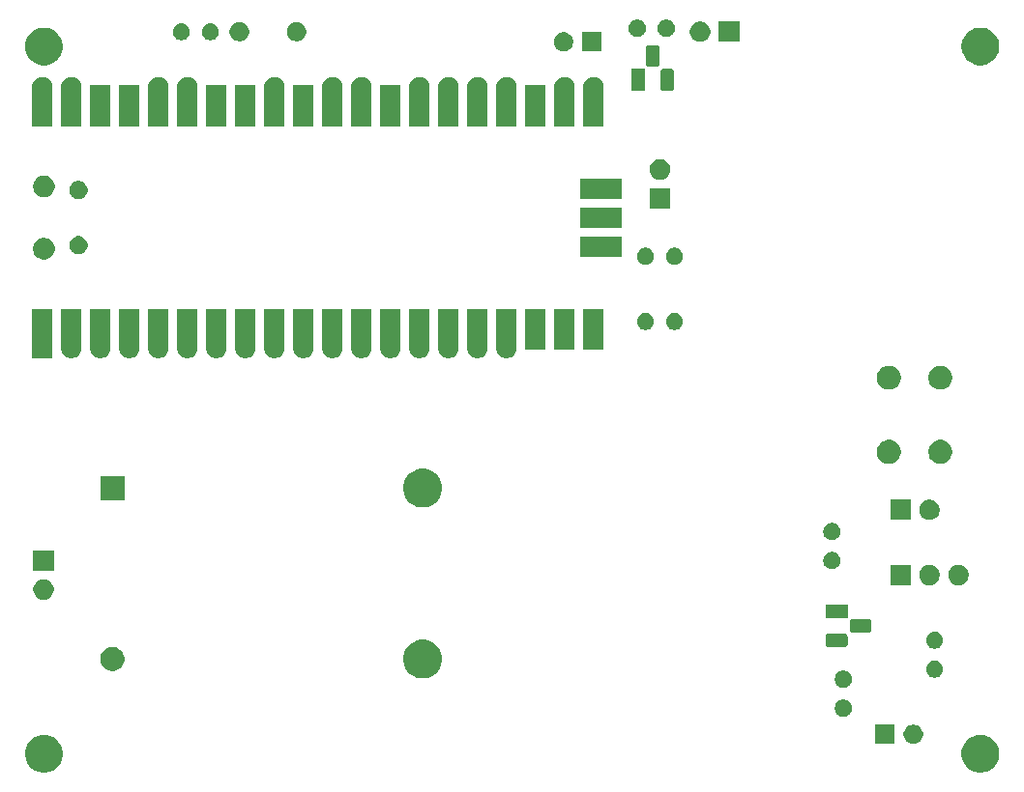
<source format=gbr>
G04 #@! TF.GenerationSoftware,KiCad,Pcbnew,5.1.5+dfsg1-2build2*
G04 #@! TF.CreationDate,2021-04-25T20:42:34-05:00*
G04 #@! TF.ProjectId,SINSONTE,53494e53-4f4e-4544-952e-6b696361645f,rev?*
G04 #@! TF.SameCoordinates,Original*
G04 #@! TF.FileFunction,Soldermask,Top*
G04 #@! TF.FilePolarity,Negative*
%FSLAX46Y46*%
G04 Gerber Fmt 4.6, Leading zero omitted, Abs format (unit mm)*
G04 Created by KiCad (PCBNEW 5.1.5+dfsg1-2build2) date 2021-04-25 20:42:34*
%MOMM*%
%LPD*%
G04 APERTURE LIST*
%ADD10C,0.100000*%
G04 APERTURE END LIST*
D10*
G36*
X136337636Y-114383815D02*
G01*
X136481579Y-114412447D01*
X136782042Y-114536903D01*
X137052451Y-114717585D01*
X137282415Y-114947549D01*
X137463097Y-115217958D01*
X137587553Y-115518421D01*
X137651000Y-115837391D01*
X137651000Y-116162609D01*
X137587553Y-116481579D01*
X137463097Y-116782042D01*
X137282415Y-117052451D01*
X137052451Y-117282415D01*
X136782042Y-117463097D01*
X136481579Y-117587553D01*
X136375256Y-117608702D01*
X136162611Y-117651000D01*
X135837389Y-117651000D01*
X135624744Y-117608702D01*
X135518421Y-117587553D01*
X135217958Y-117463097D01*
X134947549Y-117282415D01*
X134717585Y-117052451D01*
X134536903Y-116782042D01*
X134412447Y-116481579D01*
X134349000Y-116162609D01*
X134349000Y-115837391D01*
X134412447Y-115518421D01*
X134536903Y-115217958D01*
X134717585Y-114947549D01*
X134947549Y-114717585D01*
X135217958Y-114536903D01*
X135518421Y-114412447D01*
X135662364Y-114383815D01*
X135837389Y-114349000D01*
X136162611Y-114349000D01*
X136337636Y-114383815D01*
G37*
G36*
X54337636Y-114383815D02*
G01*
X54481579Y-114412447D01*
X54782042Y-114536903D01*
X55052451Y-114717585D01*
X55282415Y-114947549D01*
X55463097Y-115217958D01*
X55587553Y-115518421D01*
X55651000Y-115837391D01*
X55651000Y-116162609D01*
X55587553Y-116481579D01*
X55463097Y-116782042D01*
X55282415Y-117052451D01*
X55052451Y-117282415D01*
X54782042Y-117463097D01*
X54481579Y-117587553D01*
X54375256Y-117608702D01*
X54162611Y-117651000D01*
X53837389Y-117651000D01*
X53624744Y-117608702D01*
X53518421Y-117587553D01*
X53217958Y-117463097D01*
X52947549Y-117282415D01*
X52717585Y-117052451D01*
X52536903Y-116782042D01*
X52412447Y-116481579D01*
X52349000Y-116162609D01*
X52349000Y-115837391D01*
X52412447Y-115518421D01*
X52536903Y-115217958D01*
X52717585Y-114947549D01*
X52947549Y-114717585D01*
X53217958Y-114536903D01*
X53518421Y-114412447D01*
X53662364Y-114383815D01*
X53837389Y-114349000D01*
X54162611Y-114349000D01*
X54337636Y-114383815D01*
G37*
G36*
X128486000Y-115151000D02*
G01*
X126784000Y-115151000D01*
X126784000Y-113449000D01*
X128486000Y-113449000D01*
X128486000Y-115151000D01*
G37*
G36*
X130383228Y-113481703D02*
G01*
X130538100Y-113545853D01*
X130677481Y-113638985D01*
X130796015Y-113757519D01*
X130889147Y-113896900D01*
X130953297Y-114051772D01*
X130986000Y-114216184D01*
X130986000Y-114383816D01*
X130953297Y-114548228D01*
X130889147Y-114703100D01*
X130796015Y-114842481D01*
X130677481Y-114961015D01*
X130538100Y-115054147D01*
X130383228Y-115118297D01*
X130218816Y-115151000D01*
X130051184Y-115151000D01*
X129886772Y-115118297D01*
X129731900Y-115054147D01*
X129592519Y-114961015D01*
X129473985Y-114842481D01*
X129380853Y-114703100D01*
X129316703Y-114548228D01*
X129284000Y-114383816D01*
X129284000Y-114216184D01*
X129316703Y-114051772D01*
X129380853Y-113896900D01*
X129473985Y-113757519D01*
X129592519Y-113638985D01*
X129731900Y-113545853D01*
X129886772Y-113481703D01*
X130051184Y-113449000D01*
X130218816Y-113449000D01*
X130383228Y-113481703D01*
G37*
G36*
X124219059Y-111277860D02*
G01*
X124355732Y-111334472D01*
X124478735Y-111416660D01*
X124583340Y-111521265D01*
X124665528Y-111644268D01*
X124722140Y-111780941D01*
X124751000Y-111926033D01*
X124751000Y-112073967D01*
X124722140Y-112219059D01*
X124665528Y-112355732D01*
X124583340Y-112478735D01*
X124478735Y-112583340D01*
X124355732Y-112665528D01*
X124355731Y-112665529D01*
X124355730Y-112665529D01*
X124219059Y-112722140D01*
X124073968Y-112751000D01*
X123926032Y-112751000D01*
X123780941Y-112722140D01*
X123644270Y-112665529D01*
X123644269Y-112665529D01*
X123644268Y-112665528D01*
X123521265Y-112583340D01*
X123416660Y-112478735D01*
X123334472Y-112355732D01*
X123277860Y-112219059D01*
X123249000Y-112073967D01*
X123249000Y-111926033D01*
X123277860Y-111780941D01*
X123334472Y-111644268D01*
X123416660Y-111521265D01*
X123521265Y-111416660D01*
X123644268Y-111334472D01*
X123780941Y-111277860D01*
X123926032Y-111249000D01*
X124073968Y-111249000D01*
X124219059Y-111277860D01*
G37*
G36*
X124219059Y-108737860D02*
G01*
X124331231Y-108784323D01*
X124355732Y-108794472D01*
X124478735Y-108876660D01*
X124583340Y-108981265D01*
X124665528Y-109104268D01*
X124722140Y-109240941D01*
X124751000Y-109386033D01*
X124751000Y-109533967D01*
X124722140Y-109679059D01*
X124665528Y-109815732D01*
X124583340Y-109938735D01*
X124478735Y-110043340D01*
X124355732Y-110125528D01*
X124355731Y-110125529D01*
X124355730Y-110125529D01*
X124219059Y-110182140D01*
X124073968Y-110211000D01*
X123926032Y-110211000D01*
X123780941Y-110182140D01*
X123644270Y-110125529D01*
X123644269Y-110125529D01*
X123644268Y-110125528D01*
X123521265Y-110043340D01*
X123416660Y-109938735D01*
X123334472Y-109815732D01*
X123277860Y-109679059D01*
X123249000Y-109533967D01*
X123249000Y-109386033D01*
X123277860Y-109240941D01*
X123334472Y-109104268D01*
X123416660Y-108981265D01*
X123521265Y-108876660D01*
X123644268Y-108794472D01*
X123668770Y-108784323D01*
X123780941Y-108737860D01*
X123926032Y-108709000D01*
X124073968Y-108709000D01*
X124219059Y-108737860D01*
G37*
G36*
X87661162Y-106064368D02*
G01*
X87970724Y-106192593D01*
X87970725Y-106192594D01*
X88249324Y-106378747D01*
X88486253Y-106615676D01*
X88588443Y-106768615D01*
X88672407Y-106894276D01*
X88800632Y-107203838D01*
X88866000Y-107532465D01*
X88866000Y-107867535D01*
X88800632Y-108196162D01*
X88672407Y-108505724D01*
X88665297Y-108516365D01*
X88486253Y-108784324D01*
X88249324Y-109021253D01*
X88063170Y-109145637D01*
X87970724Y-109207407D01*
X87661162Y-109335632D01*
X87332535Y-109401000D01*
X86997465Y-109401000D01*
X86668838Y-109335632D01*
X86359276Y-109207407D01*
X86266830Y-109145637D01*
X86080676Y-109021253D01*
X85843747Y-108784324D01*
X85664703Y-108516365D01*
X85657593Y-108505724D01*
X85529368Y-108196162D01*
X85464000Y-107867535D01*
X85464000Y-107532465D01*
X85529368Y-107203838D01*
X85657593Y-106894276D01*
X85741557Y-106768615D01*
X85843747Y-106615676D01*
X86080676Y-106378747D01*
X86359275Y-106192594D01*
X86359276Y-106192593D01*
X86668838Y-106064368D01*
X86997465Y-105999000D01*
X87332535Y-105999000D01*
X87661162Y-106064368D01*
G37*
G36*
X132219059Y-107862860D02*
G01*
X132355732Y-107919472D01*
X132478735Y-108001660D01*
X132583340Y-108106265D01*
X132665528Y-108229268D01*
X132722140Y-108365941D01*
X132751000Y-108511033D01*
X132751000Y-108658967D01*
X132722140Y-108804059D01*
X132665528Y-108940732D01*
X132583340Y-109063735D01*
X132478735Y-109168340D01*
X132355732Y-109250528D01*
X132355731Y-109250529D01*
X132355730Y-109250529D01*
X132219059Y-109307140D01*
X132073968Y-109336000D01*
X131926032Y-109336000D01*
X131780941Y-109307140D01*
X131644270Y-109250529D01*
X131644269Y-109250529D01*
X131644268Y-109250528D01*
X131521265Y-109168340D01*
X131416660Y-109063735D01*
X131334472Y-108940732D01*
X131277860Y-108804059D01*
X131249000Y-108658967D01*
X131249000Y-108511033D01*
X131277860Y-108365941D01*
X131334472Y-108229268D01*
X131416660Y-108106265D01*
X131521265Y-108001660D01*
X131644268Y-107919472D01*
X131780941Y-107862860D01*
X131926032Y-107834000D01*
X132073968Y-107834000D01*
X132219059Y-107862860D01*
G37*
G36*
X60306564Y-106689389D02*
G01*
X60494272Y-106767140D01*
X60497835Y-106768616D01*
X60538818Y-106796000D01*
X60669973Y-106883635D01*
X60816365Y-107030027D01*
X60931385Y-107202167D01*
X61010611Y-107393436D01*
X61051000Y-107596484D01*
X61051000Y-107803516D01*
X61010611Y-108006564D01*
X60932077Y-108196162D01*
X60931384Y-108197835D01*
X60816365Y-108369973D01*
X60669973Y-108516365D01*
X60497835Y-108631384D01*
X60497834Y-108631385D01*
X60497833Y-108631385D01*
X60306564Y-108710611D01*
X60103516Y-108751000D01*
X59896484Y-108751000D01*
X59693436Y-108710611D01*
X59502167Y-108631385D01*
X59502166Y-108631385D01*
X59502165Y-108631384D01*
X59330027Y-108516365D01*
X59183635Y-108369973D01*
X59068616Y-108197835D01*
X59067923Y-108196162D01*
X58989389Y-108006564D01*
X58949000Y-107803516D01*
X58949000Y-107596484D01*
X58989389Y-107393436D01*
X59068615Y-107202167D01*
X59183635Y-107030027D01*
X59330027Y-106883635D01*
X59461182Y-106796000D01*
X59502165Y-106768616D01*
X59505728Y-106767140D01*
X59693436Y-106689389D01*
X59896484Y-106649000D01*
X60103516Y-106649000D01*
X60306564Y-106689389D01*
G37*
G36*
X132219059Y-105322860D02*
G01*
X132333411Y-105370226D01*
X132355732Y-105379472D01*
X132478735Y-105461660D01*
X132583340Y-105566265D01*
X132665528Y-105689268D01*
X132722140Y-105825941D01*
X132751000Y-105971033D01*
X132751000Y-106118967D01*
X132722140Y-106264059D01*
X132665528Y-106400732D01*
X132583340Y-106523735D01*
X132478735Y-106628340D01*
X132355732Y-106710528D01*
X132355731Y-106710529D01*
X132355730Y-106710529D01*
X132219059Y-106767140D01*
X132073968Y-106796000D01*
X131926032Y-106796000D01*
X131780941Y-106767140D01*
X131644270Y-106710529D01*
X131644269Y-106710529D01*
X131644268Y-106710528D01*
X131521265Y-106628340D01*
X131416660Y-106523735D01*
X131334472Y-106400732D01*
X131277860Y-106264059D01*
X131249000Y-106118967D01*
X131249000Y-105971033D01*
X131277860Y-105825941D01*
X131334472Y-105689268D01*
X131416660Y-105566265D01*
X131521265Y-105461660D01*
X131644268Y-105379472D01*
X131666590Y-105370226D01*
X131780941Y-105322860D01*
X131926032Y-105294000D01*
X132073968Y-105294000D01*
X132219059Y-105322860D01*
G37*
G36*
X124184315Y-105449166D02*
G01*
X124228843Y-105462674D01*
X124269892Y-105484615D01*
X124305864Y-105514136D01*
X124335385Y-105550108D01*
X124357326Y-105591157D01*
X124370834Y-105635685D01*
X124376000Y-105688140D01*
X124376000Y-106401860D01*
X124370834Y-106454315D01*
X124357326Y-106498843D01*
X124335385Y-106539892D01*
X124305864Y-106575864D01*
X124269892Y-106605385D01*
X124228843Y-106627326D01*
X124184315Y-106640834D01*
X124131860Y-106646000D01*
X122718140Y-106646000D01*
X122665685Y-106640834D01*
X122621157Y-106627326D01*
X122580108Y-106605385D01*
X122544136Y-106575864D01*
X122514615Y-106539892D01*
X122492674Y-106498843D01*
X122479166Y-106454315D01*
X122474000Y-106401860D01*
X122474000Y-105688140D01*
X122479166Y-105635685D01*
X122492674Y-105591157D01*
X122514615Y-105550108D01*
X122544136Y-105514136D01*
X122580108Y-105484615D01*
X122621157Y-105462674D01*
X122665685Y-105449166D01*
X122718140Y-105444000D01*
X124131860Y-105444000D01*
X124184315Y-105449166D01*
G37*
G36*
X126254315Y-104179166D02*
G01*
X126298843Y-104192674D01*
X126339892Y-104214615D01*
X126375864Y-104244136D01*
X126405385Y-104280108D01*
X126427326Y-104321157D01*
X126440834Y-104365685D01*
X126446000Y-104418140D01*
X126446000Y-105131860D01*
X126440834Y-105184315D01*
X126427326Y-105228843D01*
X126405385Y-105269892D01*
X126375864Y-105305864D01*
X126339892Y-105335385D01*
X126298843Y-105357326D01*
X126254315Y-105370834D01*
X126201860Y-105376000D01*
X124788140Y-105376000D01*
X124735685Y-105370834D01*
X124691157Y-105357326D01*
X124650108Y-105335385D01*
X124614136Y-105305864D01*
X124584615Y-105269892D01*
X124562674Y-105228843D01*
X124549166Y-105184315D01*
X124544000Y-105131860D01*
X124544000Y-104418140D01*
X124549166Y-104365685D01*
X124562675Y-104321153D01*
X124579368Y-104289923D01*
X124585417Y-104275320D01*
X124597624Y-104264256D01*
X124614136Y-104244136D01*
X124650108Y-104214615D01*
X124691157Y-104192674D01*
X124735685Y-104179166D01*
X124788140Y-104174000D01*
X126201860Y-104174000D01*
X126254315Y-104179166D01*
G37*
G36*
X124376000Y-104106000D02*
G01*
X122474000Y-104106000D01*
X122474000Y-102904000D01*
X124376000Y-102904000D01*
X124376000Y-104106000D01*
G37*
G36*
X54088512Y-100703927D02*
G01*
X54237812Y-100733624D01*
X54401784Y-100801544D01*
X54549354Y-100900147D01*
X54674853Y-101025646D01*
X54773456Y-101173216D01*
X54841376Y-101337188D01*
X54876000Y-101511259D01*
X54876000Y-101688741D01*
X54841376Y-101862812D01*
X54773456Y-102026784D01*
X54674853Y-102174354D01*
X54549354Y-102299853D01*
X54401784Y-102398456D01*
X54237812Y-102466376D01*
X54088512Y-102496073D01*
X54063742Y-102501000D01*
X53886258Y-102501000D01*
X53861488Y-102496073D01*
X53712188Y-102466376D01*
X53548216Y-102398456D01*
X53400646Y-102299853D01*
X53275147Y-102174354D01*
X53176544Y-102026784D01*
X53108624Y-101862812D01*
X53074000Y-101688741D01*
X53074000Y-101511259D01*
X53108624Y-101337188D01*
X53176544Y-101173216D01*
X53275147Y-101025646D01*
X53400646Y-100900147D01*
X53548216Y-100801544D01*
X53712188Y-100733624D01*
X53861488Y-100703927D01*
X53886258Y-100699000D01*
X54063742Y-100699000D01*
X54088512Y-100703927D01*
G37*
G36*
X129901000Y-101231000D02*
G01*
X128099000Y-101231000D01*
X128099000Y-99429000D01*
X129901000Y-99429000D01*
X129901000Y-101231000D01*
G37*
G36*
X134193512Y-99433927D02*
G01*
X134342812Y-99463624D01*
X134506784Y-99531544D01*
X134654354Y-99630147D01*
X134779853Y-99755646D01*
X134878456Y-99903216D01*
X134946376Y-100067188D01*
X134981000Y-100241259D01*
X134981000Y-100418741D01*
X134946376Y-100592812D01*
X134878456Y-100756784D01*
X134779853Y-100904354D01*
X134654354Y-101029853D01*
X134506784Y-101128456D01*
X134342812Y-101196376D01*
X134193512Y-101226073D01*
X134168742Y-101231000D01*
X133991258Y-101231000D01*
X133966488Y-101226073D01*
X133817188Y-101196376D01*
X133653216Y-101128456D01*
X133505646Y-101029853D01*
X133380147Y-100904354D01*
X133281544Y-100756784D01*
X133213624Y-100592812D01*
X133179000Y-100418741D01*
X133179000Y-100241259D01*
X133213624Y-100067188D01*
X133281544Y-99903216D01*
X133380147Y-99755646D01*
X133505646Y-99630147D01*
X133653216Y-99531544D01*
X133817188Y-99463624D01*
X133966488Y-99433927D01*
X133991258Y-99429000D01*
X134168742Y-99429000D01*
X134193512Y-99433927D01*
G37*
G36*
X131653512Y-99433927D02*
G01*
X131802812Y-99463624D01*
X131966784Y-99531544D01*
X132114354Y-99630147D01*
X132239853Y-99755646D01*
X132338456Y-99903216D01*
X132406376Y-100067188D01*
X132441000Y-100241259D01*
X132441000Y-100418741D01*
X132406376Y-100592812D01*
X132338456Y-100756784D01*
X132239853Y-100904354D01*
X132114354Y-101029853D01*
X131966784Y-101128456D01*
X131802812Y-101196376D01*
X131653512Y-101226073D01*
X131628742Y-101231000D01*
X131451258Y-101231000D01*
X131426488Y-101226073D01*
X131277188Y-101196376D01*
X131113216Y-101128456D01*
X130965646Y-101029853D01*
X130840147Y-100904354D01*
X130741544Y-100756784D01*
X130673624Y-100592812D01*
X130639000Y-100418741D01*
X130639000Y-100241259D01*
X130673624Y-100067188D01*
X130741544Y-99903216D01*
X130840147Y-99755646D01*
X130965646Y-99630147D01*
X131113216Y-99531544D01*
X131277188Y-99463624D01*
X131426488Y-99433927D01*
X131451258Y-99429000D01*
X131628742Y-99429000D01*
X131653512Y-99433927D01*
G37*
G36*
X54876000Y-99961000D02*
G01*
X53074000Y-99961000D01*
X53074000Y-98159000D01*
X54876000Y-98159000D01*
X54876000Y-99961000D01*
G37*
G36*
X123219059Y-98337860D02*
G01*
X123355732Y-98394472D01*
X123478735Y-98476660D01*
X123583340Y-98581265D01*
X123665528Y-98704268D01*
X123722140Y-98840941D01*
X123751000Y-98986033D01*
X123751000Y-99133967D01*
X123722140Y-99279059D01*
X123665528Y-99415732D01*
X123583340Y-99538735D01*
X123478735Y-99643340D01*
X123355732Y-99725528D01*
X123355731Y-99725529D01*
X123355730Y-99725529D01*
X123219059Y-99782140D01*
X123073968Y-99811000D01*
X122926032Y-99811000D01*
X122780941Y-99782140D01*
X122644270Y-99725529D01*
X122644269Y-99725529D01*
X122644268Y-99725528D01*
X122521265Y-99643340D01*
X122416660Y-99538735D01*
X122334472Y-99415732D01*
X122277860Y-99279059D01*
X122249000Y-99133967D01*
X122249000Y-98986033D01*
X122277860Y-98840941D01*
X122334472Y-98704268D01*
X122416660Y-98581265D01*
X122521265Y-98476660D01*
X122644268Y-98394472D01*
X122780941Y-98337860D01*
X122926032Y-98309000D01*
X123073968Y-98309000D01*
X123219059Y-98337860D01*
G37*
G36*
X123219059Y-95797860D02*
G01*
X123355732Y-95854472D01*
X123478735Y-95936660D01*
X123583340Y-96041265D01*
X123665528Y-96164268D01*
X123722140Y-96300941D01*
X123751000Y-96446033D01*
X123751000Y-96593967D01*
X123722140Y-96739059D01*
X123665528Y-96875732D01*
X123583340Y-96998735D01*
X123478735Y-97103340D01*
X123355732Y-97185528D01*
X123355731Y-97185529D01*
X123355730Y-97185529D01*
X123219059Y-97242140D01*
X123073968Y-97271000D01*
X122926032Y-97271000D01*
X122780941Y-97242140D01*
X122644270Y-97185529D01*
X122644269Y-97185529D01*
X122644268Y-97185528D01*
X122521265Y-97103340D01*
X122416660Y-96998735D01*
X122334472Y-96875732D01*
X122277860Y-96739059D01*
X122249000Y-96593967D01*
X122249000Y-96446033D01*
X122277860Y-96300941D01*
X122334472Y-96164268D01*
X122416660Y-96041265D01*
X122521265Y-95936660D01*
X122644268Y-95854472D01*
X122780941Y-95797860D01*
X122926032Y-95769000D01*
X123073968Y-95769000D01*
X123219059Y-95797860D01*
G37*
G36*
X129901000Y-95516000D02*
G01*
X128099000Y-95516000D01*
X128099000Y-93714000D01*
X129901000Y-93714000D01*
X129901000Y-95516000D01*
G37*
G36*
X131653512Y-93718927D02*
G01*
X131802812Y-93748624D01*
X131966784Y-93816544D01*
X132114354Y-93915147D01*
X132239853Y-94040646D01*
X132338456Y-94188216D01*
X132406376Y-94352188D01*
X132441000Y-94526259D01*
X132441000Y-94703741D01*
X132406376Y-94877812D01*
X132338456Y-95041784D01*
X132239853Y-95189354D01*
X132114354Y-95314853D01*
X131966784Y-95413456D01*
X131802812Y-95481376D01*
X131653512Y-95511073D01*
X131628742Y-95516000D01*
X131451258Y-95516000D01*
X131426488Y-95511073D01*
X131277188Y-95481376D01*
X131113216Y-95413456D01*
X130965646Y-95314853D01*
X130840147Y-95189354D01*
X130741544Y-95041784D01*
X130673624Y-94877812D01*
X130639000Y-94703741D01*
X130639000Y-94526259D01*
X130673624Y-94352188D01*
X130741544Y-94188216D01*
X130840147Y-94040646D01*
X130965646Y-93915147D01*
X131113216Y-93816544D01*
X131277188Y-93748624D01*
X131426488Y-93718927D01*
X131451258Y-93714000D01*
X131628742Y-93714000D01*
X131653512Y-93718927D01*
G37*
G36*
X87661162Y-91074368D02*
G01*
X87970724Y-91202593D01*
X87970725Y-91202594D01*
X88249324Y-91388747D01*
X88486253Y-91625676D01*
X88508519Y-91659000D01*
X88672407Y-91904276D01*
X88800632Y-92213838D01*
X88866000Y-92542465D01*
X88866000Y-92877535D01*
X88800632Y-93206162D01*
X88672407Y-93515724D01*
X88672406Y-93515725D01*
X88486253Y-93794324D01*
X88249324Y-94031253D01*
X88063170Y-94155637D01*
X87970724Y-94217407D01*
X87661162Y-94345632D01*
X87332535Y-94411000D01*
X86997465Y-94411000D01*
X86668838Y-94345632D01*
X86359276Y-94217407D01*
X86266830Y-94155637D01*
X86080676Y-94031253D01*
X85843747Y-93794324D01*
X85657594Y-93515725D01*
X85657593Y-93515724D01*
X85529368Y-93206162D01*
X85464000Y-92877535D01*
X85464000Y-92542465D01*
X85529368Y-92213838D01*
X85657593Y-91904276D01*
X85821481Y-91659000D01*
X85843747Y-91625676D01*
X86080676Y-91388747D01*
X86359275Y-91202594D01*
X86359276Y-91202593D01*
X86668838Y-91074368D01*
X86997465Y-91009000D01*
X87332535Y-91009000D01*
X87661162Y-91074368D01*
G37*
G36*
X61051000Y-93761000D02*
G01*
X58949000Y-93761000D01*
X58949000Y-91659000D01*
X61051000Y-91659000D01*
X61051000Y-93761000D01*
G37*
G36*
X128306564Y-88524389D02*
G01*
X128497833Y-88603615D01*
X128497835Y-88603616D01*
X128669973Y-88718635D01*
X128816365Y-88865027D01*
X128931385Y-89037167D01*
X129010611Y-89228436D01*
X129051000Y-89431484D01*
X129051000Y-89638516D01*
X129010611Y-89841564D01*
X128931385Y-90032833D01*
X128931384Y-90032835D01*
X128816365Y-90204973D01*
X128669973Y-90351365D01*
X128497835Y-90466384D01*
X128497834Y-90466385D01*
X128497833Y-90466385D01*
X128306564Y-90545611D01*
X128103516Y-90586000D01*
X127896484Y-90586000D01*
X127693436Y-90545611D01*
X127502167Y-90466385D01*
X127502166Y-90466385D01*
X127502165Y-90466384D01*
X127330027Y-90351365D01*
X127183635Y-90204973D01*
X127068616Y-90032835D01*
X127068615Y-90032833D01*
X126989389Y-89841564D01*
X126949000Y-89638516D01*
X126949000Y-89431484D01*
X126989389Y-89228436D01*
X127068615Y-89037167D01*
X127183635Y-88865027D01*
X127330027Y-88718635D01*
X127502165Y-88603616D01*
X127502167Y-88603615D01*
X127693436Y-88524389D01*
X127896484Y-88484000D01*
X128103516Y-88484000D01*
X128306564Y-88524389D01*
G37*
G36*
X132806564Y-88524389D02*
G01*
X132997833Y-88603615D01*
X132997835Y-88603616D01*
X133169973Y-88718635D01*
X133316365Y-88865027D01*
X133431385Y-89037167D01*
X133510611Y-89228436D01*
X133551000Y-89431484D01*
X133551000Y-89638516D01*
X133510611Y-89841564D01*
X133431385Y-90032833D01*
X133431384Y-90032835D01*
X133316365Y-90204973D01*
X133169973Y-90351365D01*
X132997835Y-90466384D01*
X132997834Y-90466385D01*
X132997833Y-90466385D01*
X132806564Y-90545611D01*
X132603516Y-90586000D01*
X132396484Y-90586000D01*
X132193436Y-90545611D01*
X132002167Y-90466385D01*
X132002166Y-90466385D01*
X132002165Y-90466384D01*
X131830027Y-90351365D01*
X131683635Y-90204973D01*
X131568616Y-90032835D01*
X131568615Y-90032833D01*
X131489389Y-89841564D01*
X131449000Y-89638516D01*
X131449000Y-89431484D01*
X131489389Y-89228436D01*
X131568615Y-89037167D01*
X131683635Y-88865027D01*
X131830027Y-88718635D01*
X132002165Y-88603616D01*
X132002167Y-88603615D01*
X132193436Y-88524389D01*
X132396484Y-88484000D01*
X132603516Y-88484000D01*
X132806564Y-88524389D01*
G37*
G36*
X132806564Y-82024389D02*
G01*
X132997833Y-82103615D01*
X132997835Y-82103616D01*
X133169973Y-82218635D01*
X133316365Y-82365027D01*
X133431385Y-82537167D01*
X133510611Y-82728436D01*
X133551000Y-82931484D01*
X133551000Y-83138516D01*
X133510611Y-83341564D01*
X133431385Y-83532833D01*
X133431384Y-83532835D01*
X133316365Y-83704973D01*
X133169973Y-83851365D01*
X132997835Y-83966384D01*
X132997834Y-83966385D01*
X132997833Y-83966385D01*
X132806564Y-84045611D01*
X132603516Y-84086000D01*
X132396484Y-84086000D01*
X132193436Y-84045611D01*
X132002167Y-83966385D01*
X132002166Y-83966385D01*
X132002165Y-83966384D01*
X131830027Y-83851365D01*
X131683635Y-83704973D01*
X131568616Y-83532835D01*
X131568615Y-83532833D01*
X131489389Y-83341564D01*
X131449000Y-83138516D01*
X131449000Y-82931484D01*
X131489389Y-82728436D01*
X131568615Y-82537167D01*
X131683635Y-82365027D01*
X131830027Y-82218635D01*
X132002165Y-82103616D01*
X132002167Y-82103615D01*
X132193436Y-82024389D01*
X132396484Y-81984000D01*
X132603516Y-81984000D01*
X132806564Y-82024389D01*
G37*
G36*
X128306564Y-82024389D02*
G01*
X128497833Y-82103615D01*
X128497835Y-82103616D01*
X128669973Y-82218635D01*
X128816365Y-82365027D01*
X128931385Y-82537167D01*
X129010611Y-82728436D01*
X129051000Y-82931484D01*
X129051000Y-83138516D01*
X129010611Y-83341564D01*
X128931385Y-83532833D01*
X128931384Y-83532835D01*
X128816365Y-83704973D01*
X128669973Y-83851365D01*
X128497835Y-83966384D01*
X128497834Y-83966385D01*
X128497833Y-83966385D01*
X128306564Y-84045611D01*
X128103516Y-84086000D01*
X127896484Y-84086000D01*
X127693436Y-84045611D01*
X127502167Y-83966385D01*
X127502166Y-83966385D01*
X127502165Y-83966384D01*
X127330027Y-83851365D01*
X127183635Y-83704973D01*
X127068616Y-83532835D01*
X127068615Y-83532833D01*
X126989389Y-83341564D01*
X126949000Y-83138516D01*
X126949000Y-82931484D01*
X126989389Y-82728436D01*
X127068615Y-82537167D01*
X127183635Y-82365027D01*
X127330027Y-82218635D01*
X127502165Y-82103616D01*
X127502167Y-82103615D01*
X127693436Y-82024389D01*
X127896484Y-81984000D01*
X128103516Y-81984000D01*
X128306564Y-82024389D01*
G37*
G36*
X92871000Y-80627465D02*
G01*
X92870822Y-80627611D01*
X92855277Y-80646553D01*
X92843726Y-80668164D01*
X92836617Y-80691598D01*
X92836376Y-80692812D01*
X92768456Y-80856784D01*
X92669853Y-81004354D01*
X92544354Y-81129853D01*
X92396784Y-81228456D01*
X92232812Y-81296376D01*
X92083512Y-81326073D01*
X92058742Y-81331000D01*
X91881258Y-81331000D01*
X91856488Y-81326073D01*
X91707188Y-81296376D01*
X91543216Y-81228456D01*
X91395646Y-81129853D01*
X91270147Y-81004354D01*
X91171544Y-80856784D01*
X91103624Y-80692812D01*
X91103383Y-80691598D01*
X91096275Y-80668167D01*
X91084725Y-80646556D01*
X91069180Y-80627614D01*
X91069000Y-80627466D01*
X91069000Y-76989000D01*
X92871000Y-76989000D01*
X92871000Y-80627465D01*
G37*
G36*
X70011000Y-80627465D02*
G01*
X70010822Y-80627611D01*
X69995277Y-80646553D01*
X69983726Y-80668164D01*
X69976617Y-80691598D01*
X69976376Y-80692812D01*
X69908456Y-80856784D01*
X69809853Y-81004354D01*
X69684354Y-81129853D01*
X69536784Y-81228456D01*
X69372812Y-81296376D01*
X69223512Y-81326073D01*
X69198742Y-81331000D01*
X69021258Y-81331000D01*
X68996488Y-81326073D01*
X68847188Y-81296376D01*
X68683216Y-81228456D01*
X68535646Y-81129853D01*
X68410147Y-81004354D01*
X68311544Y-80856784D01*
X68243624Y-80692812D01*
X68243383Y-80691598D01*
X68236275Y-80668167D01*
X68224725Y-80646556D01*
X68209180Y-80627614D01*
X68209000Y-80627466D01*
X68209000Y-76989000D01*
X70011000Y-76989000D01*
X70011000Y-80627465D01*
G37*
G36*
X77631000Y-80627465D02*
G01*
X77630822Y-80627611D01*
X77615277Y-80646553D01*
X77603726Y-80668164D01*
X77596617Y-80691598D01*
X77596376Y-80692812D01*
X77528456Y-80856784D01*
X77429853Y-81004354D01*
X77304354Y-81129853D01*
X77156784Y-81228456D01*
X76992812Y-81296376D01*
X76843512Y-81326073D01*
X76818742Y-81331000D01*
X76641258Y-81331000D01*
X76616488Y-81326073D01*
X76467188Y-81296376D01*
X76303216Y-81228456D01*
X76155646Y-81129853D01*
X76030147Y-81004354D01*
X75931544Y-80856784D01*
X75863624Y-80692812D01*
X75863383Y-80691598D01*
X75856275Y-80668167D01*
X75844725Y-80646556D01*
X75829180Y-80627614D01*
X75829000Y-80627466D01*
X75829000Y-76989000D01*
X77631000Y-76989000D01*
X77631000Y-80627465D01*
G37*
G36*
X80171000Y-80627465D02*
G01*
X80170822Y-80627611D01*
X80155277Y-80646553D01*
X80143726Y-80668164D01*
X80136617Y-80691598D01*
X80136376Y-80692812D01*
X80068456Y-80856784D01*
X79969853Y-81004354D01*
X79844354Y-81129853D01*
X79696784Y-81228456D01*
X79532812Y-81296376D01*
X79383512Y-81326073D01*
X79358742Y-81331000D01*
X79181258Y-81331000D01*
X79156488Y-81326073D01*
X79007188Y-81296376D01*
X78843216Y-81228456D01*
X78695646Y-81129853D01*
X78570147Y-81004354D01*
X78471544Y-80856784D01*
X78403624Y-80692812D01*
X78403383Y-80691598D01*
X78396275Y-80668167D01*
X78384725Y-80646556D01*
X78369180Y-80627614D01*
X78369000Y-80627466D01*
X78369000Y-76989000D01*
X80171000Y-76989000D01*
X80171000Y-80627465D01*
G37*
G36*
X82711000Y-80627465D02*
G01*
X82710822Y-80627611D01*
X82695277Y-80646553D01*
X82683726Y-80668164D01*
X82676617Y-80691598D01*
X82676376Y-80692812D01*
X82608456Y-80856784D01*
X82509853Y-81004354D01*
X82384354Y-81129853D01*
X82236784Y-81228456D01*
X82072812Y-81296376D01*
X81923512Y-81326073D01*
X81898742Y-81331000D01*
X81721258Y-81331000D01*
X81696488Y-81326073D01*
X81547188Y-81296376D01*
X81383216Y-81228456D01*
X81235646Y-81129853D01*
X81110147Y-81004354D01*
X81011544Y-80856784D01*
X80943624Y-80692812D01*
X80943383Y-80691598D01*
X80936275Y-80668167D01*
X80924725Y-80646556D01*
X80909180Y-80627614D01*
X80909000Y-80627466D01*
X80909000Y-76989000D01*
X82711000Y-76989000D01*
X82711000Y-80627465D01*
G37*
G36*
X85251000Y-80627465D02*
G01*
X85250822Y-80627611D01*
X85235277Y-80646553D01*
X85223726Y-80668164D01*
X85216617Y-80691598D01*
X85216376Y-80692812D01*
X85148456Y-80856784D01*
X85049853Y-81004354D01*
X84924354Y-81129853D01*
X84776784Y-81228456D01*
X84612812Y-81296376D01*
X84463512Y-81326073D01*
X84438742Y-81331000D01*
X84261258Y-81331000D01*
X84236488Y-81326073D01*
X84087188Y-81296376D01*
X83923216Y-81228456D01*
X83775646Y-81129853D01*
X83650147Y-81004354D01*
X83551544Y-80856784D01*
X83483624Y-80692812D01*
X83483383Y-80691598D01*
X83476275Y-80668167D01*
X83464725Y-80646556D01*
X83449180Y-80627614D01*
X83449000Y-80627466D01*
X83449000Y-76989000D01*
X85251000Y-76989000D01*
X85251000Y-80627465D01*
G37*
G36*
X87791000Y-80627465D02*
G01*
X87790822Y-80627611D01*
X87775277Y-80646553D01*
X87763726Y-80668164D01*
X87756617Y-80691598D01*
X87756376Y-80692812D01*
X87688456Y-80856784D01*
X87589853Y-81004354D01*
X87464354Y-81129853D01*
X87316784Y-81228456D01*
X87152812Y-81296376D01*
X87003512Y-81326073D01*
X86978742Y-81331000D01*
X86801258Y-81331000D01*
X86776488Y-81326073D01*
X86627188Y-81296376D01*
X86463216Y-81228456D01*
X86315646Y-81129853D01*
X86190147Y-81004354D01*
X86091544Y-80856784D01*
X86023624Y-80692812D01*
X86023383Y-80691598D01*
X86016275Y-80668167D01*
X86004725Y-80646556D01*
X85989180Y-80627614D01*
X85989000Y-80627466D01*
X85989000Y-76989000D01*
X87791000Y-76989000D01*
X87791000Y-80627465D01*
G37*
G36*
X90331000Y-80627465D02*
G01*
X90330822Y-80627611D01*
X90315277Y-80646553D01*
X90303726Y-80668164D01*
X90296617Y-80691598D01*
X90296376Y-80692812D01*
X90228456Y-80856784D01*
X90129853Y-81004354D01*
X90004354Y-81129853D01*
X89856784Y-81228456D01*
X89692812Y-81296376D01*
X89543512Y-81326073D01*
X89518742Y-81331000D01*
X89341258Y-81331000D01*
X89316488Y-81326073D01*
X89167188Y-81296376D01*
X89003216Y-81228456D01*
X88855646Y-81129853D01*
X88730147Y-81004354D01*
X88631544Y-80856784D01*
X88563624Y-80692812D01*
X88563383Y-80691598D01*
X88556275Y-80668167D01*
X88544725Y-80646556D01*
X88529180Y-80627614D01*
X88529000Y-80627466D01*
X88529000Y-76989000D01*
X90331000Y-76989000D01*
X90331000Y-80627465D01*
G37*
G36*
X95411000Y-80627465D02*
G01*
X95410822Y-80627611D01*
X95395277Y-80646553D01*
X95383726Y-80668164D01*
X95376617Y-80691598D01*
X95376376Y-80692812D01*
X95308456Y-80856784D01*
X95209853Y-81004354D01*
X95084354Y-81129853D01*
X94936784Y-81228456D01*
X94772812Y-81296376D01*
X94623512Y-81326073D01*
X94598742Y-81331000D01*
X94421258Y-81331000D01*
X94396488Y-81326073D01*
X94247188Y-81296376D01*
X94083216Y-81228456D01*
X93935646Y-81129853D01*
X93810147Y-81004354D01*
X93711544Y-80856784D01*
X93643624Y-80692812D01*
X93643383Y-80691598D01*
X93636275Y-80668167D01*
X93624725Y-80646556D01*
X93609180Y-80627614D01*
X93609000Y-80627466D01*
X93609000Y-76989000D01*
X95411000Y-76989000D01*
X95411000Y-80627465D01*
G37*
G36*
X72551000Y-80627465D02*
G01*
X72550822Y-80627611D01*
X72535277Y-80646553D01*
X72523726Y-80668164D01*
X72516617Y-80691598D01*
X72516376Y-80692812D01*
X72448456Y-80856784D01*
X72349853Y-81004354D01*
X72224354Y-81129853D01*
X72076784Y-81228456D01*
X71912812Y-81296376D01*
X71763512Y-81326073D01*
X71738742Y-81331000D01*
X71561258Y-81331000D01*
X71536488Y-81326073D01*
X71387188Y-81296376D01*
X71223216Y-81228456D01*
X71075646Y-81129853D01*
X70950147Y-81004354D01*
X70851544Y-80856784D01*
X70783624Y-80692812D01*
X70783383Y-80691598D01*
X70776275Y-80668167D01*
X70764725Y-80646556D01*
X70749180Y-80627614D01*
X70749000Y-80627466D01*
X70749000Y-76989000D01*
X72551000Y-76989000D01*
X72551000Y-80627465D01*
G37*
G36*
X64931000Y-80627465D02*
G01*
X64930822Y-80627611D01*
X64915277Y-80646553D01*
X64903726Y-80668164D01*
X64896617Y-80691598D01*
X64896376Y-80692812D01*
X64828456Y-80856784D01*
X64729853Y-81004354D01*
X64604354Y-81129853D01*
X64456784Y-81228456D01*
X64292812Y-81296376D01*
X64143512Y-81326073D01*
X64118742Y-81331000D01*
X63941258Y-81331000D01*
X63916488Y-81326073D01*
X63767188Y-81296376D01*
X63603216Y-81228456D01*
X63455646Y-81129853D01*
X63330147Y-81004354D01*
X63231544Y-80856784D01*
X63163624Y-80692812D01*
X63163383Y-80691598D01*
X63156275Y-80668167D01*
X63144725Y-80646556D01*
X63129180Y-80627614D01*
X63129000Y-80627466D01*
X63129000Y-76989000D01*
X64931000Y-76989000D01*
X64931000Y-80627465D01*
G37*
G36*
X62391000Y-80627465D02*
G01*
X62390822Y-80627611D01*
X62375277Y-80646553D01*
X62363726Y-80668164D01*
X62356617Y-80691598D01*
X62356376Y-80692812D01*
X62288456Y-80856784D01*
X62189853Y-81004354D01*
X62064354Y-81129853D01*
X61916784Y-81228456D01*
X61752812Y-81296376D01*
X61603512Y-81326073D01*
X61578742Y-81331000D01*
X61401258Y-81331000D01*
X61376488Y-81326073D01*
X61227188Y-81296376D01*
X61063216Y-81228456D01*
X60915646Y-81129853D01*
X60790147Y-81004354D01*
X60691544Y-80856784D01*
X60623624Y-80692812D01*
X60623383Y-80691598D01*
X60616275Y-80668167D01*
X60604725Y-80646556D01*
X60589180Y-80627614D01*
X60589000Y-80627466D01*
X60589000Y-76989000D01*
X62391000Y-76989000D01*
X62391000Y-80627465D01*
G37*
G36*
X59851000Y-80627465D02*
G01*
X59850822Y-80627611D01*
X59835277Y-80646553D01*
X59823726Y-80668164D01*
X59816617Y-80691598D01*
X59816376Y-80692812D01*
X59748456Y-80856784D01*
X59649853Y-81004354D01*
X59524354Y-81129853D01*
X59376784Y-81228456D01*
X59212812Y-81296376D01*
X59063512Y-81326073D01*
X59038742Y-81331000D01*
X58861258Y-81331000D01*
X58836488Y-81326073D01*
X58687188Y-81296376D01*
X58523216Y-81228456D01*
X58375646Y-81129853D01*
X58250147Y-81004354D01*
X58151544Y-80856784D01*
X58083624Y-80692812D01*
X58083383Y-80691598D01*
X58076275Y-80668167D01*
X58064725Y-80646556D01*
X58049180Y-80627614D01*
X58049000Y-80627466D01*
X58049000Y-76989000D01*
X59851000Y-76989000D01*
X59851000Y-80627465D01*
G37*
G36*
X57311000Y-80627465D02*
G01*
X57310822Y-80627611D01*
X57295277Y-80646553D01*
X57283726Y-80668164D01*
X57276617Y-80691598D01*
X57276376Y-80692812D01*
X57208456Y-80856784D01*
X57109853Y-81004354D01*
X56984354Y-81129853D01*
X56836784Y-81228456D01*
X56672812Y-81296376D01*
X56523512Y-81326073D01*
X56498742Y-81331000D01*
X56321258Y-81331000D01*
X56296488Y-81326073D01*
X56147188Y-81296376D01*
X55983216Y-81228456D01*
X55835646Y-81129853D01*
X55710147Y-81004354D01*
X55611544Y-80856784D01*
X55543624Y-80692812D01*
X55543383Y-80691598D01*
X55536275Y-80668167D01*
X55524725Y-80646556D01*
X55509180Y-80627614D01*
X55509000Y-80627466D01*
X55509000Y-76989000D01*
X57311000Y-76989000D01*
X57311000Y-80627465D01*
G37*
G36*
X54771000Y-81331000D02*
G01*
X52969000Y-81331000D01*
X52969000Y-76989000D01*
X54771000Y-76989000D01*
X54771000Y-81331000D01*
G37*
G36*
X75091000Y-80627465D02*
G01*
X75090822Y-80627611D01*
X75075277Y-80646553D01*
X75063726Y-80668164D01*
X75056617Y-80691598D01*
X75056376Y-80692812D01*
X74988456Y-80856784D01*
X74889853Y-81004354D01*
X74764354Y-81129853D01*
X74616784Y-81228456D01*
X74452812Y-81296376D01*
X74303512Y-81326073D01*
X74278742Y-81331000D01*
X74101258Y-81331000D01*
X74076488Y-81326073D01*
X73927188Y-81296376D01*
X73763216Y-81228456D01*
X73615646Y-81129853D01*
X73490147Y-81004354D01*
X73391544Y-80856784D01*
X73323624Y-80692812D01*
X73323383Y-80691598D01*
X73316275Y-80668167D01*
X73304725Y-80646556D01*
X73289180Y-80627614D01*
X73289000Y-80627466D01*
X73289000Y-76989000D01*
X75091000Y-76989000D01*
X75091000Y-80627465D01*
G37*
G36*
X67471000Y-80627465D02*
G01*
X67470822Y-80627611D01*
X67455277Y-80646553D01*
X67443726Y-80668164D01*
X67436617Y-80691598D01*
X67436376Y-80692812D01*
X67368456Y-80856784D01*
X67269853Y-81004354D01*
X67144354Y-81129853D01*
X66996784Y-81228456D01*
X66832812Y-81296376D01*
X66683512Y-81326073D01*
X66658742Y-81331000D01*
X66481258Y-81331000D01*
X66456488Y-81326073D01*
X66307188Y-81296376D01*
X66143216Y-81228456D01*
X65995646Y-81129853D01*
X65870147Y-81004354D01*
X65771544Y-80856784D01*
X65703624Y-80692812D01*
X65703383Y-80691598D01*
X65696275Y-80668167D01*
X65684725Y-80646556D01*
X65669180Y-80627614D01*
X65669000Y-80627466D01*
X65669000Y-76989000D01*
X67471000Y-76989000D01*
X67471000Y-80627465D01*
G37*
G36*
X97951000Y-80591000D02*
G01*
X96149000Y-80591000D01*
X96149000Y-76989000D01*
X97951000Y-76989000D01*
X97951000Y-80591000D01*
G37*
G36*
X103031000Y-80591000D02*
G01*
X101229000Y-80591000D01*
X101229000Y-76989000D01*
X103031000Y-76989000D01*
X103031000Y-80591000D01*
G37*
G36*
X100491000Y-80591000D02*
G01*
X98689000Y-80591000D01*
X98689000Y-76989000D01*
X100491000Y-76989000D01*
X100491000Y-80591000D01*
G37*
G36*
X106899059Y-77382860D02*
G01*
X107035732Y-77439472D01*
X107158735Y-77521660D01*
X107263340Y-77626265D01*
X107345528Y-77749268D01*
X107345529Y-77749270D01*
X107402140Y-77885941D01*
X107431000Y-78031033D01*
X107431000Y-78178967D01*
X107402140Y-78324059D01*
X107345528Y-78460732D01*
X107263340Y-78583735D01*
X107158735Y-78688340D01*
X107035732Y-78770528D01*
X107035731Y-78770529D01*
X107035730Y-78770529D01*
X106899059Y-78827140D01*
X106753968Y-78856000D01*
X106606032Y-78856000D01*
X106460941Y-78827140D01*
X106324270Y-78770529D01*
X106324269Y-78770529D01*
X106324268Y-78770528D01*
X106201265Y-78688340D01*
X106096660Y-78583735D01*
X106014472Y-78460732D01*
X105957860Y-78324059D01*
X105929000Y-78178967D01*
X105929000Y-78031033D01*
X105957860Y-77885941D01*
X106014471Y-77749270D01*
X106014472Y-77749268D01*
X106096660Y-77626265D01*
X106201265Y-77521660D01*
X106324268Y-77439472D01*
X106460941Y-77382860D01*
X106606032Y-77354000D01*
X106753968Y-77354000D01*
X106899059Y-77382860D01*
G37*
G36*
X109439059Y-77382860D02*
G01*
X109575732Y-77439472D01*
X109698735Y-77521660D01*
X109803340Y-77626265D01*
X109885528Y-77749268D01*
X109885529Y-77749270D01*
X109942140Y-77885941D01*
X109971000Y-78031033D01*
X109971000Y-78178967D01*
X109942140Y-78324059D01*
X109885528Y-78460732D01*
X109803340Y-78583735D01*
X109698735Y-78688340D01*
X109575732Y-78770528D01*
X109575731Y-78770529D01*
X109575730Y-78770529D01*
X109439059Y-78827140D01*
X109293968Y-78856000D01*
X109146032Y-78856000D01*
X109000941Y-78827140D01*
X108864270Y-78770529D01*
X108864269Y-78770529D01*
X108864268Y-78770528D01*
X108741265Y-78688340D01*
X108636660Y-78583735D01*
X108554472Y-78460732D01*
X108497860Y-78324059D01*
X108469000Y-78178967D01*
X108469000Y-78031033D01*
X108497860Y-77885941D01*
X108554471Y-77749270D01*
X108554472Y-77749268D01*
X108636660Y-77626265D01*
X108741265Y-77521660D01*
X108864268Y-77439472D01*
X109000941Y-77382860D01*
X109146032Y-77354000D01*
X109293968Y-77354000D01*
X109439059Y-77382860D01*
G37*
G36*
X106852716Y-71658642D02*
G01*
X106899059Y-71667860D01*
X107035732Y-71724472D01*
X107158735Y-71806660D01*
X107263340Y-71911265D01*
X107345528Y-72034268D01*
X107402140Y-72170941D01*
X107431000Y-72316033D01*
X107431000Y-72463967D01*
X107402140Y-72609059D01*
X107345528Y-72745732D01*
X107263340Y-72868735D01*
X107158735Y-72973340D01*
X107035732Y-73055528D01*
X107035731Y-73055529D01*
X107035730Y-73055529D01*
X106899059Y-73112140D01*
X106753968Y-73141000D01*
X106606032Y-73141000D01*
X106460941Y-73112140D01*
X106324270Y-73055529D01*
X106324269Y-73055529D01*
X106324268Y-73055528D01*
X106201265Y-72973340D01*
X106096660Y-72868735D01*
X106014472Y-72745732D01*
X105957860Y-72609059D01*
X105929000Y-72463967D01*
X105929000Y-72316033D01*
X105957860Y-72170941D01*
X106014472Y-72034268D01*
X106096660Y-71911265D01*
X106201265Y-71806660D01*
X106324268Y-71724472D01*
X106460941Y-71667860D01*
X106507284Y-71658642D01*
X106606032Y-71639000D01*
X106753968Y-71639000D01*
X106852716Y-71658642D01*
G37*
G36*
X109392716Y-71658642D02*
G01*
X109439059Y-71667860D01*
X109575732Y-71724472D01*
X109698735Y-71806660D01*
X109803340Y-71911265D01*
X109885528Y-72034268D01*
X109942140Y-72170941D01*
X109971000Y-72316033D01*
X109971000Y-72463967D01*
X109942140Y-72609059D01*
X109885528Y-72745732D01*
X109803340Y-72868735D01*
X109698735Y-72973340D01*
X109575732Y-73055528D01*
X109575731Y-73055529D01*
X109575730Y-73055529D01*
X109439059Y-73112140D01*
X109293968Y-73141000D01*
X109146032Y-73141000D01*
X109000941Y-73112140D01*
X108864270Y-73055529D01*
X108864269Y-73055529D01*
X108864268Y-73055528D01*
X108741265Y-72973340D01*
X108636660Y-72868735D01*
X108554472Y-72745732D01*
X108497860Y-72609059D01*
X108469000Y-72463967D01*
X108469000Y-72316033D01*
X108497860Y-72170941D01*
X108554472Y-72034268D01*
X108636660Y-71911265D01*
X108741265Y-71806660D01*
X108864268Y-71724472D01*
X109000941Y-71667860D01*
X109047284Y-71658642D01*
X109146032Y-71639000D01*
X109293968Y-71639000D01*
X109392716Y-71658642D01*
G37*
G36*
X54277395Y-70810546D02*
G01*
X54450466Y-70882234D01*
X54450467Y-70882235D01*
X54606227Y-70986310D01*
X54738690Y-71118773D01*
X54791081Y-71197182D01*
X54842766Y-71274534D01*
X54914454Y-71447605D01*
X54951000Y-71631333D01*
X54951000Y-71818667D01*
X54914454Y-72002395D01*
X54842766Y-72175466D01*
X54842765Y-72175467D01*
X54738690Y-72331227D01*
X54606227Y-72463690D01*
X54527818Y-72516081D01*
X54450466Y-72567766D01*
X54277395Y-72639454D01*
X54093667Y-72676000D01*
X53906333Y-72676000D01*
X53722605Y-72639454D01*
X53549534Y-72567766D01*
X53472182Y-72516081D01*
X53393773Y-72463690D01*
X53261310Y-72331227D01*
X53157235Y-72175467D01*
X53157234Y-72175466D01*
X53085546Y-72002395D01*
X53049000Y-71818667D01*
X53049000Y-71631333D01*
X53085546Y-71447605D01*
X53157234Y-71274534D01*
X53208919Y-71197182D01*
X53261310Y-71118773D01*
X53393773Y-70986310D01*
X53549533Y-70882235D01*
X53549534Y-70882234D01*
X53722605Y-70810546D01*
X53906333Y-70774000D01*
X54093667Y-70774000D01*
X54277395Y-70810546D01*
G37*
G36*
X104601000Y-72441000D02*
G01*
X100999000Y-72441000D01*
X100999000Y-70639000D01*
X104601000Y-70639000D01*
X104601000Y-72441000D01*
G37*
G36*
X57263642Y-70654781D02*
G01*
X57409414Y-70715162D01*
X57409416Y-70715163D01*
X57540608Y-70802822D01*
X57652178Y-70914392D01*
X57739837Y-71045584D01*
X57739838Y-71045586D01*
X57800219Y-71191358D01*
X57831000Y-71346107D01*
X57831000Y-71503893D01*
X57800219Y-71658642D01*
X57739838Y-71804414D01*
X57739837Y-71804416D01*
X57652178Y-71935608D01*
X57540608Y-72047178D01*
X57409416Y-72134837D01*
X57409415Y-72134838D01*
X57409414Y-72134838D01*
X57263642Y-72195219D01*
X57108893Y-72226000D01*
X56951107Y-72226000D01*
X56796358Y-72195219D01*
X56650586Y-72134838D01*
X56650585Y-72134838D01*
X56650584Y-72134837D01*
X56519392Y-72047178D01*
X56407822Y-71935608D01*
X56320163Y-71804416D01*
X56320162Y-71804414D01*
X56259781Y-71658642D01*
X56229000Y-71503893D01*
X56229000Y-71346107D01*
X56259781Y-71191358D01*
X56320162Y-71045586D01*
X56320163Y-71045584D01*
X56407822Y-70914392D01*
X56519392Y-70802822D01*
X56650584Y-70715163D01*
X56650586Y-70715162D01*
X56796358Y-70654781D01*
X56951107Y-70624000D01*
X57108893Y-70624000D01*
X57263642Y-70654781D01*
G37*
G36*
X104601000Y-69901000D02*
G01*
X100999000Y-69901000D01*
X100999000Y-68099000D01*
X104601000Y-68099000D01*
X104601000Y-69901000D01*
G37*
G36*
X108851000Y-68211000D02*
G01*
X107049000Y-68211000D01*
X107049000Y-66409000D01*
X108851000Y-66409000D01*
X108851000Y-68211000D01*
G37*
G36*
X57263642Y-65804781D02*
G01*
X57409414Y-65865162D01*
X57409416Y-65865163D01*
X57540608Y-65952822D01*
X57652178Y-66064392D01*
X57730316Y-66181335D01*
X57739838Y-66195586D01*
X57800219Y-66341358D01*
X57831000Y-66496107D01*
X57831000Y-66653893D01*
X57800219Y-66808642D01*
X57770154Y-66881225D01*
X57739837Y-66954416D01*
X57652178Y-67085608D01*
X57540608Y-67197178D01*
X57409416Y-67284837D01*
X57409415Y-67284838D01*
X57409414Y-67284838D01*
X57263642Y-67345219D01*
X57108893Y-67376000D01*
X56951107Y-67376000D01*
X56796358Y-67345219D01*
X56650586Y-67284838D01*
X56650585Y-67284838D01*
X56650584Y-67284837D01*
X56519392Y-67197178D01*
X56407822Y-67085608D01*
X56320163Y-66954416D01*
X56289846Y-66881225D01*
X56259781Y-66808642D01*
X56229000Y-66653893D01*
X56229000Y-66496107D01*
X56259781Y-66341358D01*
X56320162Y-66195586D01*
X56329684Y-66181335D01*
X56407822Y-66064392D01*
X56519392Y-65952822D01*
X56650584Y-65865163D01*
X56650586Y-65865162D01*
X56796358Y-65804781D01*
X56951107Y-65774000D01*
X57108893Y-65774000D01*
X57263642Y-65804781D01*
G37*
G36*
X104601000Y-67361000D02*
G01*
X100999000Y-67361000D01*
X100999000Y-65559000D01*
X104601000Y-65559000D01*
X104601000Y-67361000D01*
G37*
G36*
X54277395Y-65360546D02*
G01*
X54450466Y-65432234D01*
X54450467Y-65432235D01*
X54606227Y-65536310D01*
X54738690Y-65668773D01*
X54738691Y-65668775D01*
X54842766Y-65824534D01*
X54914454Y-65997605D01*
X54951000Y-66181333D01*
X54951000Y-66368667D01*
X54914454Y-66552395D01*
X54842766Y-66725466D01*
X54842765Y-66725467D01*
X54738690Y-66881227D01*
X54606227Y-67013690D01*
X54575301Y-67034354D01*
X54450466Y-67117766D01*
X54277395Y-67189454D01*
X54093667Y-67226000D01*
X53906333Y-67226000D01*
X53722605Y-67189454D01*
X53549534Y-67117766D01*
X53424699Y-67034354D01*
X53393773Y-67013690D01*
X53261310Y-66881227D01*
X53157235Y-66725467D01*
X53157234Y-66725466D01*
X53085546Y-66552395D01*
X53049000Y-66368667D01*
X53049000Y-66181333D01*
X53085546Y-65997605D01*
X53157234Y-65824534D01*
X53261309Y-65668775D01*
X53261310Y-65668773D01*
X53393773Y-65536310D01*
X53549533Y-65432235D01*
X53549534Y-65432234D01*
X53722605Y-65360546D01*
X53906333Y-65324000D01*
X54093667Y-65324000D01*
X54277395Y-65360546D01*
G37*
G36*
X108063512Y-63873927D02*
G01*
X108212812Y-63903624D01*
X108376784Y-63971544D01*
X108524354Y-64070147D01*
X108649853Y-64195646D01*
X108748456Y-64343216D01*
X108816376Y-64507188D01*
X108851000Y-64681259D01*
X108851000Y-64858741D01*
X108816376Y-65032812D01*
X108748456Y-65196784D01*
X108649853Y-65344354D01*
X108524354Y-65469853D01*
X108376784Y-65568456D01*
X108212812Y-65636376D01*
X108063512Y-65666073D01*
X108038742Y-65671000D01*
X107861258Y-65671000D01*
X107836488Y-65666073D01*
X107687188Y-65636376D01*
X107523216Y-65568456D01*
X107375646Y-65469853D01*
X107250147Y-65344354D01*
X107151544Y-65196784D01*
X107083624Y-65032812D01*
X107049000Y-64858741D01*
X107049000Y-64681259D01*
X107083624Y-64507188D01*
X107151544Y-64343216D01*
X107250147Y-64195646D01*
X107375646Y-64070147D01*
X107523216Y-63971544D01*
X107687188Y-63903624D01*
X107836488Y-63873927D01*
X107861258Y-63869000D01*
X108038742Y-63869000D01*
X108063512Y-63873927D01*
G37*
G36*
X89543512Y-56673927D02*
G01*
X89692812Y-56703624D01*
X89856784Y-56771544D01*
X90004354Y-56870147D01*
X90129853Y-56995646D01*
X90228456Y-57143216D01*
X90296376Y-57307188D01*
X90296617Y-57308402D01*
X90303725Y-57331833D01*
X90315275Y-57353444D01*
X90330820Y-57372386D01*
X90331000Y-57372534D01*
X90331000Y-61011000D01*
X88529000Y-61011000D01*
X88529000Y-57372535D01*
X88529178Y-57372389D01*
X88544723Y-57353447D01*
X88556274Y-57331836D01*
X88563383Y-57308402D01*
X88563624Y-57307188D01*
X88631544Y-57143216D01*
X88730147Y-56995646D01*
X88855646Y-56870147D01*
X89003216Y-56771544D01*
X89167188Y-56703624D01*
X89316488Y-56673927D01*
X89341258Y-56669000D01*
X89518742Y-56669000D01*
X89543512Y-56673927D01*
G37*
G36*
X92083512Y-56673927D02*
G01*
X92232812Y-56703624D01*
X92396784Y-56771544D01*
X92544354Y-56870147D01*
X92669853Y-56995646D01*
X92768456Y-57143216D01*
X92836376Y-57307188D01*
X92836617Y-57308402D01*
X92843725Y-57331833D01*
X92855275Y-57353444D01*
X92870820Y-57372386D01*
X92871000Y-57372534D01*
X92871000Y-61011000D01*
X91069000Y-61011000D01*
X91069000Y-57372535D01*
X91069178Y-57372389D01*
X91084723Y-57353447D01*
X91096274Y-57331836D01*
X91103383Y-57308402D01*
X91103624Y-57307188D01*
X91171544Y-57143216D01*
X91270147Y-56995646D01*
X91395646Y-56870147D01*
X91543216Y-56771544D01*
X91707188Y-56703624D01*
X91856488Y-56673927D01*
X91881258Y-56669000D01*
X92058742Y-56669000D01*
X92083512Y-56673927D01*
G37*
G36*
X97951000Y-61011000D02*
G01*
X96149000Y-61011000D01*
X96149000Y-57409000D01*
X97951000Y-57409000D01*
X97951000Y-61011000D01*
G37*
G36*
X99703512Y-56673927D02*
G01*
X99852812Y-56703624D01*
X100016784Y-56771544D01*
X100164354Y-56870147D01*
X100289853Y-56995646D01*
X100388456Y-57143216D01*
X100456376Y-57307188D01*
X100456617Y-57308402D01*
X100463725Y-57331833D01*
X100475275Y-57353444D01*
X100490820Y-57372386D01*
X100491000Y-57372534D01*
X100491000Y-61011000D01*
X98689000Y-61011000D01*
X98689000Y-57372535D01*
X98689178Y-57372389D01*
X98704723Y-57353447D01*
X98716274Y-57331836D01*
X98723383Y-57308402D01*
X98723624Y-57307188D01*
X98791544Y-57143216D01*
X98890147Y-56995646D01*
X99015646Y-56870147D01*
X99163216Y-56771544D01*
X99327188Y-56703624D01*
X99476488Y-56673927D01*
X99501258Y-56669000D01*
X99678742Y-56669000D01*
X99703512Y-56673927D01*
G37*
G36*
X102243512Y-56673927D02*
G01*
X102392812Y-56703624D01*
X102556784Y-56771544D01*
X102704354Y-56870147D01*
X102829853Y-56995646D01*
X102928456Y-57143216D01*
X102996376Y-57307188D01*
X102996617Y-57308402D01*
X103003725Y-57331833D01*
X103015275Y-57353444D01*
X103030820Y-57372386D01*
X103031000Y-57372534D01*
X103031000Y-61011000D01*
X101229000Y-61011000D01*
X101229000Y-57372535D01*
X101229178Y-57372389D01*
X101244723Y-57353447D01*
X101256274Y-57331836D01*
X101263383Y-57308402D01*
X101263624Y-57307188D01*
X101331544Y-57143216D01*
X101430147Y-56995646D01*
X101555646Y-56870147D01*
X101703216Y-56771544D01*
X101867188Y-56703624D01*
X102016488Y-56673927D01*
X102041258Y-56669000D01*
X102218742Y-56669000D01*
X102243512Y-56673927D01*
G37*
G36*
X66683512Y-56673927D02*
G01*
X66832812Y-56703624D01*
X66996784Y-56771544D01*
X67144354Y-56870147D01*
X67269853Y-56995646D01*
X67368456Y-57143216D01*
X67436376Y-57307188D01*
X67436617Y-57308402D01*
X67443725Y-57331833D01*
X67455275Y-57353444D01*
X67470820Y-57372386D01*
X67471000Y-57372534D01*
X67471000Y-61011000D01*
X65669000Y-61011000D01*
X65669000Y-57372535D01*
X65669178Y-57372389D01*
X65684723Y-57353447D01*
X65696274Y-57331836D01*
X65703383Y-57308402D01*
X65703624Y-57307188D01*
X65771544Y-57143216D01*
X65870147Y-56995646D01*
X65995646Y-56870147D01*
X66143216Y-56771544D01*
X66307188Y-56703624D01*
X66456488Y-56673927D01*
X66481258Y-56669000D01*
X66658742Y-56669000D01*
X66683512Y-56673927D01*
G37*
G36*
X70011000Y-61011000D02*
G01*
X68209000Y-61011000D01*
X68209000Y-57409000D01*
X70011000Y-57409000D01*
X70011000Y-61011000D01*
G37*
G36*
X94623512Y-56673927D02*
G01*
X94772812Y-56703624D01*
X94936784Y-56771544D01*
X95084354Y-56870147D01*
X95209853Y-56995646D01*
X95308456Y-57143216D01*
X95376376Y-57307188D01*
X95376617Y-57308402D01*
X95383725Y-57331833D01*
X95395275Y-57353444D01*
X95410820Y-57372386D01*
X95411000Y-57372534D01*
X95411000Y-61011000D01*
X93609000Y-61011000D01*
X93609000Y-57372535D01*
X93609178Y-57372389D01*
X93624723Y-57353447D01*
X93636274Y-57331836D01*
X93643383Y-57308402D01*
X93643624Y-57307188D01*
X93711544Y-57143216D01*
X93810147Y-56995646D01*
X93935646Y-56870147D01*
X94083216Y-56771544D01*
X94247188Y-56703624D01*
X94396488Y-56673927D01*
X94421258Y-56669000D01*
X94598742Y-56669000D01*
X94623512Y-56673927D01*
G37*
G36*
X87003512Y-56673927D02*
G01*
X87152812Y-56703624D01*
X87316784Y-56771544D01*
X87464354Y-56870147D01*
X87589853Y-56995646D01*
X87688456Y-57143216D01*
X87756376Y-57307188D01*
X87756617Y-57308402D01*
X87763725Y-57331833D01*
X87775275Y-57353444D01*
X87790820Y-57372386D01*
X87791000Y-57372534D01*
X87791000Y-61011000D01*
X85989000Y-61011000D01*
X85989000Y-57372535D01*
X85989178Y-57372389D01*
X86004723Y-57353447D01*
X86016274Y-57331836D01*
X86023383Y-57308402D01*
X86023624Y-57307188D01*
X86091544Y-57143216D01*
X86190147Y-56995646D01*
X86315646Y-56870147D01*
X86463216Y-56771544D01*
X86627188Y-56703624D01*
X86776488Y-56673927D01*
X86801258Y-56669000D01*
X86978742Y-56669000D01*
X87003512Y-56673927D01*
G37*
G36*
X85251000Y-61011000D02*
G01*
X83449000Y-61011000D01*
X83449000Y-57409000D01*
X85251000Y-57409000D01*
X85251000Y-61011000D01*
G37*
G36*
X79383512Y-56673927D02*
G01*
X79532812Y-56703624D01*
X79696784Y-56771544D01*
X79844354Y-56870147D01*
X79969853Y-56995646D01*
X80068456Y-57143216D01*
X80136376Y-57307188D01*
X80136617Y-57308402D01*
X80143725Y-57331833D01*
X80155275Y-57353444D01*
X80170820Y-57372386D01*
X80171000Y-57372534D01*
X80171000Y-61011000D01*
X78369000Y-61011000D01*
X78369000Y-57372535D01*
X78369178Y-57372389D01*
X78384723Y-57353447D01*
X78396274Y-57331836D01*
X78403383Y-57308402D01*
X78403624Y-57307188D01*
X78471544Y-57143216D01*
X78570147Y-56995646D01*
X78695646Y-56870147D01*
X78843216Y-56771544D01*
X79007188Y-56703624D01*
X79156488Y-56673927D01*
X79181258Y-56669000D01*
X79358742Y-56669000D01*
X79383512Y-56673927D01*
G37*
G36*
X77631000Y-61011000D02*
G01*
X75829000Y-61011000D01*
X75829000Y-57409000D01*
X77631000Y-57409000D01*
X77631000Y-61011000D01*
G37*
G36*
X74303512Y-56673927D02*
G01*
X74452812Y-56703624D01*
X74616784Y-56771544D01*
X74764354Y-56870147D01*
X74889853Y-56995646D01*
X74988456Y-57143216D01*
X75056376Y-57307188D01*
X75056617Y-57308402D01*
X75063725Y-57331833D01*
X75075275Y-57353444D01*
X75090820Y-57372386D01*
X75091000Y-57372534D01*
X75091000Y-61011000D01*
X73289000Y-61011000D01*
X73289000Y-57372535D01*
X73289178Y-57372389D01*
X73304723Y-57353447D01*
X73316274Y-57331836D01*
X73323383Y-57308402D01*
X73323624Y-57307188D01*
X73391544Y-57143216D01*
X73490147Y-56995646D01*
X73615646Y-56870147D01*
X73763216Y-56771544D01*
X73927188Y-56703624D01*
X74076488Y-56673927D01*
X74101258Y-56669000D01*
X74278742Y-56669000D01*
X74303512Y-56673927D01*
G37*
G36*
X53983512Y-56673927D02*
G01*
X54132812Y-56703624D01*
X54296784Y-56771544D01*
X54444354Y-56870147D01*
X54569853Y-56995646D01*
X54668456Y-57143216D01*
X54736376Y-57307188D01*
X54736617Y-57308402D01*
X54743725Y-57331833D01*
X54755275Y-57353444D01*
X54770820Y-57372386D01*
X54771000Y-57372534D01*
X54771000Y-61011000D01*
X52969000Y-61011000D01*
X52969000Y-57372535D01*
X52969178Y-57372389D01*
X52984723Y-57353447D01*
X52996274Y-57331836D01*
X53003383Y-57308402D01*
X53003624Y-57307188D01*
X53071544Y-57143216D01*
X53170147Y-56995646D01*
X53295646Y-56870147D01*
X53443216Y-56771544D01*
X53607188Y-56703624D01*
X53756488Y-56673927D01*
X53781258Y-56669000D01*
X53958742Y-56669000D01*
X53983512Y-56673927D01*
G37*
G36*
X64143512Y-56673927D02*
G01*
X64292812Y-56703624D01*
X64456784Y-56771544D01*
X64604354Y-56870147D01*
X64729853Y-56995646D01*
X64828456Y-57143216D01*
X64896376Y-57307188D01*
X64896617Y-57308402D01*
X64903725Y-57331833D01*
X64915275Y-57353444D01*
X64930820Y-57372386D01*
X64931000Y-57372534D01*
X64931000Y-61011000D01*
X63129000Y-61011000D01*
X63129000Y-57372535D01*
X63129178Y-57372389D01*
X63144723Y-57353447D01*
X63156274Y-57331836D01*
X63163383Y-57308402D01*
X63163624Y-57307188D01*
X63231544Y-57143216D01*
X63330147Y-56995646D01*
X63455646Y-56870147D01*
X63603216Y-56771544D01*
X63767188Y-56703624D01*
X63916488Y-56673927D01*
X63941258Y-56669000D01*
X64118742Y-56669000D01*
X64143512Y-56673927D01*
G37*
G36*
X62391000Y-61011000D02*
G01*
X60589000Y-61011000D01*
X60589000Y-57409000D01*
X62391000Y-57409000D01*
X62391000Y-61011000D01*
G37*
G36*
X72551000Y-61011000D02*
G01*
X70749000Y-61011000D01*
X70749000Y-57409000D01*
X72551000Y-57409000D01*
X72551000Y-61011000D01*
G37*
G36*
X59851000Y-61011000D02*
G01*
X58049000Y-61011000D01*
X58049000Y-57409000D01*
X59851000Y-57409000D01*
X59851000Y-61011000D01*
G37*
G36*
X56523512Y-56673927D02*
G01*
X56672812Y-56703624D01*
X56836784Y-56771544D01*
X56984354Y-56870147D01*
X57109853Y-56995646D01*
X57208456Y-57143216D01*
X57276376Y-57307188D01*
X57276617Y-57308402D01*
X57283725Y-57331833D01*
X57295275Y-57353444D01*
X57310820Y-57372386D01*
X57311000Y-57372534D01*
X57311000Y-61011000D01*
X55509000Y-61011000D01*
X55509000Y-57372535D01*
X55509178Y-57372389D01*
X55524723Y-57353447D01*
X55536274Y-57331836D01*
X55543383Y-57308402D01*
X55543624Y-57307188D01*
X55611544Y-57143216D01*
X55710147Y-56995646D01*
X55835646Y-56870147D01*
X55983216Y-56771544D01*
X56147188Y-56703624D01*
X56296488Y-56673927D01*
X56321258Y-56669000D01*
X56498742Y-56669000D01*
X56523512Y-56673927D01*
G37*
G36*
X81923512Y-56673927D02*
G01*
X82072812Y-56703624D01*
X82236784Y-56771544D01*
X82384354Y-56870147D01*
X82509853Y-56995646D01*
X82608456Y-57143216D01*
X82676376Y-57307188D01*
X82676617Y-57308402D01*
X82683725Y-57331833D01*
X82695275Y-57353444D01*
X82710820Y-57372386D01*
X82711000Y-57372534D01*
X82711000Y-61011000D01*
X80909000Y-61011000D01*
X80909000Y-57372535D01*
X80909178Y-57372389D01*
X80924723Y-57353447D01*
X80936274Y-57331836D01*
X80943383Y-57308402D01*
X80943624Y-57307188D01*
X81011544Y-57143216D01*
X81110147Y-56995646D01*
X81235646Y-56870147D01*
X81383216Y-56771544D01*
X81547188Y-56703624D01*
X81696488Y-56673927D01*
X81721258Y-56669000D01*
X81898742Y-56669000D01*
X81923512Y-56673927D01*
G37*
G36*
X108994315Y-55969166D02*
G01*
X109038843Y-55982674D01*
X109079892Y-56004615D01*
X109115864Y-56034136D01*
X109145385Y-56070108D01*
X109167326Y-56111157D01*
X109180834Y-56155685D01*
X109186000Y-56208140D01*
X109186000Y-57621860D01*
X109180834Y-57674315D01*
X109167326Y-57718843D01*
X109145385Y-57759892D01*
X109115864Y-57795864D01*
X109079892Y-57825385D01*
X109038843Y-57847326D01*
X108994315Y-57860834D01*
X108941860Y-57866000D01*
X108228140Y-57866000D01*
X108175685Y-57860834D01*
X108131157Y-57847326D01*
X108090108Y-57825385D01*
X108054136Y-57795864D01*
X108024615Y-57759892D01*
X108002674Y-57718843D01*
X107989166Y-57674315D01*
X107984000Y-57621860D01*
X107984000Y-56208140D01*
X107989166Y-56155685D01*
X108002674Y-56111157D01*
X108024615Y-56070108D01*
X108054136Y-56034136D01*
X108090108Y-56004615D01*
X108131157Y-55982674D01*
X108175685Y-55969166D01*
X108228140Y-55964000D01*
X108941860Y-55964000D01*
X108994315Y-55969166D01*
G37*
G36*
X106646000Y-57866000D02*
G01*
X105444000Y-57866000D01*
X105444000Y-55964000D01*
X106646000Y-55964000D01*
X106646000Y-57866000D01*
G37*
G36*
X107724315Y-53899166D02*
G01*
X107768843Y-53912674D01*
X107809892Y-53934615D01*
X107845864Y-53964136D01*
X107875385Y-54000108D01*
X107897326Y-54041157D01*
X107910834Y-54085685D01*
X107916000Y-54138140D01*
X107916000Y-55551860D01*
X107910834Y-55604315D01*
X107897326Y-55648843D01*
X107875385Y-55689892D01*
X107845864Y-55725864D01*
X107809892Y-55755385D01*
X107768843Y-55777326D01*
X107724315Y-55790834D01*
X107671860Y-55796000D01*
X106958140Y-55796000D01*
X106905685Y-55790834D01*
X106861153Y-55777325D01*
X106829923Y-55760632D01*
X106815320Y-55754583D01*
X106804256Y-55742376D01*
X106784136Y-55725864D01*
X106754615Y-55689892D01*
X106732674Y-55648843D01*
X106719166Y-55604315D01*
X106714000Y-55551860D01*
X106714000Y-54138140D01*
X106719166Y-54085685D01*
X106732674Y-54041157D01*
X106754615Y-54000108D01*
X106784136Y-53964136D01*
X106820108Y-53934615D01*
X106861157Y-53912674D01*
X106905685Y-53899166D01*
X106958140Y-53894000D01*
X107671860Y-53894000D01*
X107724315Y-53899166D01*
G37*
G36*
X136375256Y-52391298D02*
G01*
X136481579Y-52412447D01*
X136782042Y-52536903D01*
X137052451Y-52717585D01*
X137282415Y-52947549D01*
X137463097Y-53217958D01*
X137587553Y-53518421D01*
X137608702Y-53624744D01*
X137651000Y-53837389D01*
X137651000Y-54162611D01*
X137631426Y-54261015D01*
X137587553Y-54481579D01*
X137463097Y-54782042D01*
X137282415Y-55052451D01*
X137052451Y-55282415D01*
X136782042Y-55463097D01*
X136481579Y-55587553D01*
X136375256Y-55608702D01*
X136162611Y-55651000D01*
X135837389Y-55651000D01*
X135624744Y-55608702D01*
X135518421Y-55587553D01*
X135217958Y-55463097D01*
X134947549Y-55282415D01*
X134717585Y-55052451D01*
X134536903Y-54782042D01*
X134412447Y-54481579D01*
X134368574Y-54261015D01*
X134349000Y-54162611D01*
X134349000Y-53837389D01*
X134391298Y-53624744D01*
X134412447Y-53518421D01*
X134536903Y-53217958D01*
X134717585Y-52947549D01*
X134947549Y-52717585D01*
X135217958Y-52536903D01*
X135518421Y-52412447D01*
X135624744Y-52391298D01*
X135837389Y-52349000D01*
X136162611Y-52349000D01*
X136375256Y-52391298D01*
G37*
G36*
X54375256Y-52391298D02*
G01*
X54481579Y-52412447D01*
X54782042Y-52536903D01*
X55052451Y-52717585D01*
X55282415Y-52947549D01*
X55463097Y-53217958D01*
X55587553Y-53518421D01*
X55608702Y-53624744D01*
X55651000Y-53837389D01*
X55651000Y-54162611D01*
X55631426Y-54261015D01*
X55587553Y-54481579D01*
X55463097Y-54782042D01*
X55282415Y-55052451D01*
X55052451Y-55282415D01*
X54782042Y-55463097D01*
X54481579Y-55587553D01*
X54375256Y-55608702D01*
X54162611Y-55651000D01*
X53837389Y-55651000D01*
X53624744Y-55608702D01*
X53518421Y-55587553D01*
X53217958Y-55463097D01*
X52947549Y-55282415D01*
X52717585Y-55052451D01*
X52536903Y-54782042D01*
X52412447Y-54481579D01*
X52368574Y-54261015D01*
X52349000Y-54162611D01*
X52349000Y-53837389D01*
X52391298Y-53624744D01*
X52412447Y-53518421D01*
X52536903Y-53217958D01*
X52717585Y-52947549D01*
X52947549Y-52717585D01*
X53217958Y-52536903D01*
X53518421Y-52412447D01*
X53624744Y-52391298D01*
X53837389Y-52349000D01*
X54162611Y-52349000D01*
X54375256Y-52391298D01*
G37*
G36*
X99748228Y-52781703D02*
G01*
X99903100Y-52845853D01*
X100042481Y-52938985D01*
X100161015Y-53057519D01*
X100254147Y-53196900D01*
X100318297Y-53351772D01*
X100351000Y-53516184D01*
X100351000Y-53683816D01*
X100318297Y-53848228D01*
X100254147Y-54003100D01*
X100161015Y-54142481D01*
X100042481Y-54261015D01*
X99903100Y-54354147D01*
X99748228Y-54418297D01*
X99583816Y-54451000D01*
X99416184Y-54451000D01*
X99251772Y-54418297D01*
X99096900Y-54354147D01*
X98957519Y-54261015D01*
X98838985Y-54142481D01*
X98745853Y-54003100D01*
X98681703Y-53848228D01*
X98649000Y-53683816D01*
X98649000Y-53516184D01*
X98681703Y-53351772D01*
X98745853Y-53196900D01*
X98838985Y-53057519D01*
X98957519Y-52938985D01*
X99096900Y-52845853D01*
X99251772Y-52781703D01*
X99416184Y-52749000D01*
X99583816Y-52749000D01*
X99748228Y-52781703D01*
G37*
G36*
X102851000Y-54451000D02*
G01*
X101149000Y-54451000D01*
X101149000Y-52749000D01*
X102851000Y-52749000D01*
X102851000Y-54451000D01*
G37*
G36*
X111573512Y-51808927D02*
G01*
X111722812Y-51838624D01*
X111886784Y-51906544D01*
X112034354Y-52005147D01*
X112159853Y-52130646D01*
X112258456Y-52278216D01*
X112326376Y-52442188D01*
X112361000Y-52616259D01*
X112361000Y-52793741D01*
X112326376Y-52967812D01*
X112258456Y-53131784D01*
X112159853Y-53279354D01*
X112034354Y-53404853D01*
X111886784Y-53503456D01*
X111722812Y-53571376D01*
X111573512Y-53601073D01*
X111548742Y-53606000D01*
X111371258Y-53606000D01*
X111346488Y-53601073D01*
X111197188Y-53571376D01*
X111033216Y-53503456D01*
X110885646Y-53404853D01*
X110760147Y-53279354D01*
X110661544Y-53131784D01*
X110593624Y-52967812D01*
X110559000Y-52793741D01*
X110559000Y-52616259D01*
X110593624Y-52442188D01*
X110661544Y-52278216D01*
X110760147Y-52130646D01*
X110885646Y-52005147D01*
X111033216Y-51906544D01*
X111197188Y-51838624D01*
X111346488Y-51808927D01*
X111371258Y-51804000D01*
X111548742Y-51804000D01*
X111573512Y-51808927D01*
G37*
G36*
X114901000Y-53606000D02*
G01*
X113099000Y-53606000D01*
X113099000Y-51804000D01*
X114901000Y-51804000D01*
X114901000Y-53606000D01*
G37*
G36*
X71368228Y-51881703D02*
G01*
X71523100Y-51945853D01*
X71662481Y-52038985D01*
X71781015Y-52157519D01*
X71874147Y-52296900D01*
X71938297Y-52451772D01*
X71971000Y-52616184D01*
X71971000Y-52783816D01*
X71938297Y-52948228D01*
X71874147Y-53103100D01*
X71781015Y-53242481D01*
X71662481Y-53361015D01*
X71523100Y-53454147D01*
X71368228Y-53518297D01*
X71203816Y-53551000D01*
X71036184Y-53551000D01*
X70871772Y-53518297D01*
X70716900Y-53454147D01*
X70577519Y-53361015D01*
X70458985Y-53242481D01*
X70365853Y-53103100D01*
X70301703Y-52948228D01*
X70269000Y-52783816D01*
X70269000Y-52616184D01*
X70301703Y-52451772D01*
X70365853Y-52296900D01*
X70458985Y-52157519D01*
X70577519Y-52038985D01*
X70716900Y-51945853D01*
X70871772Y-51881703D01*
X71036184Y-51849000D01*
X71203816Y-51849000D01*
X71368228Y-51881703D01*
G37*
G36*
X76368228Y-51881703D02*
G01*
X76523100Y-51945853D01*
X76662481Y-52038985D01*
X76781015Y-52157519D01*
X76874147Y-52296900D01*
X76938297Y-52451772D01*
X76971000Y-52616184D01*
X76971000Y-52783816D01*
X76938297Y-52948228D01*
X76874147Y-53103100D01*
X76781015Y-53242481D01*
X76662481Y-53361015D01*
X76523100Y-53454147D01*
X76368228Y-53518297D01*
X76203816Y-53551000D01*
X76036184Y-53551000D01*
X75871772Y-53518297D01*
X75716900Y-53454147D01*
X75577519Y-53361015D01*
X75458985Y-53242481D01*
X75365853Y-53103100D01*
X75301703Y-52948228D01*
X75269000Y-52783816D01*
X75269000Y-52616184D01*
X75301703Y-52451772D01*
X75365853Y-52296900D01*
X75458985Y-52157519D01*
X75577519Y-52038985D01*
X75716900Y-51945853D01*
X75871772Y-51881703D01*
X76036184Y-51849000D01*
X76203816Y-51849000D01*
X76368228Y-51881703D01*
G37*
G36*
X66259059Y-51977860D02*
G01*
X66324936Y-52005147D01*
X66395732Y-52034472D01*
X66518735Y-52116660D01*
X66623340Y-52221265D01*
X66705528Y-52344268D01*
X66705529Y-52344270D01*
X66762140Y-52480941D01*
X66791000Y-52626032D01*
X66791000Y-52773968D01*
X66762140Y-52919059D01*
X66735514Y-52983341D01*
X66705528Y-53055732D01*
X66623340Y-53178735D01*
X66518735Y-53283340D01*
X66395732Y-53365528D01*
X66395731Y-53365529D01*
X66395730Y-53365529D01*
X66259059Y-53422140D01*
X66113968Y-53451000D01*
X65966032Y-53451000D01*
X65820941Y-53422140D01*
X65684270Y-53365529D01*
X65684269Y-53365529D01*
X65684268Y-53365528D01*
X65561265Y-53283340D01*
X65456660Y-53178735D01*
X65374472Y-53055732D01*
X65344487Y-52983341D01*
X65317860Y-52919059D01*
X65289000Y-52773968D01*
X65289000Y-52626032D01*
X65317860Y-52480941D01*
X65374471Y-52344270D01*
X65374472Y-52344268D01*
X65456660Y-52221265D01*
X65561265Y-52116660D01*
X65684268Y-52034472D01*
X65755065Y-52005147D01*
X65820941Y-51977860D01*
X65966032Y-51949000D01*
X66113968Y-51949000D01*
X66259059Y-51977860D01*
G37*
G36*
X68799059Y-51977860D02*
G01*
X68864936Y-52005147D01*
X68935732Y-52034472D01*
X69058735Y-52116660D01*
X69163340Y-52221265D01*
X69245528Y-52344268D01*
X69245529Y-52344270D01*
X69302140Y-52480941D01*
X69331000Y-52626032D01*
X69331000Y-52773968D01*
X69302140Y-52919059D01*
X69275514Y-52983341D01*
X69245528Y-53055732D01*
X69163340Y-53178735D01*
X69058735Y-53283340D01*
X68935732Y-53365528D01*
X68935731Y-53365529D01*
X68935730Y-53365529D01*
X68799059Y-53422140D01*
X68653968Y-53451000D01*
X68506032Y-53451000D01*
X68360941Y-53422140D01*
X68224270Y-53365529D01*
X68224269Y-53365529D01*
X68224268Y-53365528D01*
X68101265Y-53283340D01*
X67996660Y-53178735D01*
X67914472Y-53055732D01*
X67884487Y-52983341D01*
X67857860Y-52919059D01*
X67829000Y-52773968D01*
X67829000Y-52626032D01*
X67857860Y-52480941D01*
X67914471Y-52344270D01*
X67914472Y-52344268D01*
X67996660Y-52221265D01*
X68101265Y-52116660D01*
X68224268Y-52034472D01*
X68295065Y-52005147D01*
X68360941Y-51977860D01*
X68506032Y-51949000D01*
X68653968Y-51949000D01*
X68799059Y-51977860D01*
G37*
G36*
X106179059Y-51677860D02*
G01*
X106315732Y-51734472D01*
X106438735Y-51816660D01*
X106543340Y-51921265D01*
X106621998Y-52038985D01*
X106625529Y-52044270D01*
X106682140Y-52180941D01*
X106711000Y-52326032D01*
X106711000Y-52473968D01*
X106682140Y-52619059D01*
X106628317Y-52749000D01*
X106625528Y-52755732D01*
X106543340Y-52878735D01*
X106438735Y-52983340D01*
X106315732Y-53065528D01*
X106315731Y-53065529D01*
X106315730Y-53065529D01*
X106179059Y-53122140D01*
X106033968Y-53151000D01*
X105886032Y-53151000D01*
X105740941Y-53122140D01*
X105604270Y-53065529D01*
X105604269Y-53065529D01*
X105604268Y-53065528D01*
X105481265Y-52983340D01*
X105376660Y-52878735D01*
X105294472Y-52755732D01*
X105291684Y-52749000D01*
X105237860Y-52619059D01*
X105209000Y-52473968D01*
X105209000Y-52326032D01*
X105237860Y-52180941D01*
X105294471Y-52044270D01*
X105298002Y-52038985D01*
X105376660Y-51921265D01*
X105481265Y-51816660D01*
X105604268Y-51734472D01*
X105740941Y-51677860D01*
X105886032Y-51649000D01*
X106033968Y-51649000D01*
X106179059Y-51677860D01*
G37*
G36*
X108719059Y-51677860D02*
G01*
X108855732Y-51734472D01*
X108978735Y-51816660D01*
X109083340Y-51921265D01*
X109161998Y-52038985D01*
X109165529Y-52044270D01*
X109222140Y-52180941D01*
X109251000Y-52326032D01*
X109251000Y-52473968D01*
X109222140Y-52619059D01*
X109168317Y-52749000D01*
X109165528Y-52755732D01*
X109083340Y-52878735D01*
X108978735Y-52983340D01*
X108855732Y-53065528D01*
X108855731Y-53065529D01*
X108855730Y-53065529D01*
X108719059Y-53122140D01*
X108573968Y-53151000D01*
X108426032Y-53151000D01*
X108280941Y-53122140D01*
X108144270Y-53065529D01*
X108144269Y-53065529D01*
X108144268Y-53065528D01*
X108021265Y-52983340D01*
X107916660Y-52878735D01*
X107834472Y-52755732D01*
X107831684Y-52749000D01*
X107777860Y-52619059D01*
X107749000Y-52473968D01*
X107749000Y-52326032D01*
X107777860Y-52180941D01*
X107834471Y-52044270D01*
X107838002Y-52038985D01*
X107916660Y-51921265D01*
X108021265Y-51816660D01*
X108144268Y-51734472D01*
X108280941Y-51677860D01*
X108426032Y-51649000D01*
X108573968Y-51649000D01*
X108719059Y-51677860D01*
G37*
M02*

</source>
